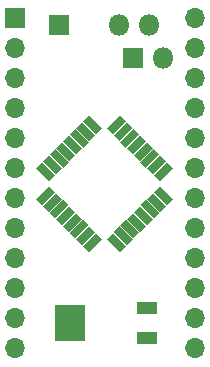
<source format=gbr>
%TF.GenerationSoftware,KiCad,Pcbnew,(5.1.6)-1*%
%TF.CreationDate,2021-07-23T13:19:56-04:00*%
%TF.ProjectId,RTC-12887-switch,5254432d-3132-4383-9837-2d7377697463,rev?*%
%TF.SameCoordinates,Original*%
%TF.FileFunction,Soldermask,Bot*%
%TF.FilePolarity,Negative*%
%FSLAX46Y46*%
G04 Gerber Fmt 4.6, Leading zero omitted, Abs format (unit mm)*
G04 Created by KiCad (PCBNEW (5.1.6)-1) date 2021-07-23 13:19:56*
%MOMM*%
%LPD*%
G01*
G04 APERTURE LIST*
%ADD10R,1.800000X1.800000*%
%ADD11O,1.800000X1.800000*%
%ADD12R,1.700000X1.100000*%
%ADD13R,2.600000X3.100000*%
%ADD14R,1.700000X1.700000*%
%ADD15O,1.700000X1.700000*%
%ADD16C,0.100000*%
G04 APERTURE END LIST*
D10*
%TO.C,J1*%
X121412000Y-78359000D03*
D11*
X126492000Y-78359000D03*
X129032000Y-78359000D03*
%TD*%
D12*
%TO.C,Y1*%
X128847000Y-104902000D03*
X128847000Y-102362000D03*
D13*
X122297000Y-103632000D03*
%TD*%
D14*
%TO.C,IC2*%
X117653001Y-77825001D03*
D15*
X132893001Y-105765001D03*
X117653001Y-80365001D03*
X132893001Y-103225001D03*
X117653001Y-82905001D03*
X132893001Y-100685001D03*
X117653001Y-85445001D03*
X132893001Y-98145001D03*
X117653001Y-87985001D03*
X132893001Y-95605001D03*
X117653001Y-90525001D03*
X132893001Y-93065001D03*
X117653001Y-93065001D03*
X132893001Y-90525001D03*
X117653001Y-95605001D03*
X132893001Y-87985001D03*
X117653001Y-98145001D03*
X132893001Y-85445001D03*
X117653001Y-100685001D03*
X132893001Y-82905001D03*
X117653001Y-103225001D03*
X132893001Y-80365001D03*
X117653001Y-105765001D03*
X132893001Y-77825001D03*
%TD*%
D10*
%TO.C,EN*%
X127635000Y-81153000D03*
D11*
X130175000Y-81153000D03*
%TD*%
D16*
%TO.C,IC1*%
G36*
X123400846Y-97106977D02*
G01*
X124514539Y-95993284D01*
X125009514Y-96488259D01*
X123895821Y-97601952D01*
X123400846Y-97106977D01*
G37*
G36*
X122835161Y-96541291D02*
G01*
X123948854Y-95427598D01*
X124443829Y-95922573D01*
X123330136Y-97036266D01*
X122835161Y-96541291D01*
G37*
G36*
X122269476Y-95975606D02*
G01*
X123383169Y-94861913D01*
X123878144Y-95356888D01*
X122764451Y-96470581D01*
X122269476Y-95975606D01*
G37*
G36*
X121703790Y-95409920D02*
G01*
X122817483Y-94296227D01*
X123312458Y-94791202D01*
X122198765Y-95904895D01*
X121703790Y-95409920D01*
G37*
G36*
X121138105Y-94844235D02*
G01*
X122251798Y-93730542D01*
X122746773Y-94225517D01*
X121633080Y-95339210D01*
X121138105Y-94844235D01*
G37*
G36*
X120572419Y-94278549D02*
G01*
X121686112Y-93164856D01*
X122181087Y-93659831D01*
X121067394Y-94773524D01*
X120572419Y-94278549D01*
G37*
G36*
X120006734Y-93712864D02*
G01*
X121120427Y-92599171D01*
X121615402Y-93094146D01*
X120501709Y-94207839D01*
X120006734Y-93712864D01*
G37*
G36*
X119441048Y-93147179D02*
G01*
X120554741Y-92033486D01*
X121049716Y-92528461D01*
X119936023Y-93642154D01*
X119441048Y-93147179D01*
G37*
G36*
X120554741Y-91608514D02*
G01*
X119441048Y-90494821D01*
X119936023Y-89999846D01*
X121049716Y-91113539D01*
X120554741Y-91608514D01*
G37*
G36*
X121120427Y-91042829D02*
G01*
X120006734Y-89929136D01*
X120501709Y-89434161D01*
X121615402Y-90547854D01*
X121120427Y-91042829D01*
G37*
G36*
X121686112Y-90477144D02*
G01*
X120572419Y-89363451D01*
X121067394Y-88868476D01*
X122181087Y-89982169D01*
X121686112Y-90477144D01*
G37*
G36*
X122251798Y-89911458D02*
G01*
X121138105Y-88797765D01*
X121633080Y-88302790D01*
X122746773Y-89416483D01*
X122251798Y-89911458D01*
G37*
G36*
X122817483Y-89345773D02*
G01*
X121703790Y-88232080D01*
X122198765Y-87737105D01*
X123312458Y-88850798D01*
X122817483Y-89345773D01*
G37*
G36*
X123383169Y-88780087D02*
G01*
X122269476Y-87666394D01*
X122764451Y-87171419D01*
X123878144Y-88285112D01*
X123383169Y-88780087D01*
G37*
G36*
X123948854Y-88214402D02*
G01*
X122835161Y-87100709D01*
X123330136Y-86605734D01*
X124443829Y-87719427D01*
X123948854Y-88214402D01*
G37*
G36*
X124514539Y-87648716D02*
G01*
X123400846Y-86535023D01*
X123895821Y-86040048D01*
X125009514Y-87153741D01*
X124514539Y-87648716D01*
G37*
G36*
X125434486Y-87153741D02*
G01*
X126548179Y-86040048D01*
X127043154Y-86535023D01*
X125929461Y-87648716D01*
X125434486Y-87153741D01*
G37*
G36*
X126000171Y-87719427D02*
G01*
X127113864Y-86605734D01*
X127608839Y-87100709D01*
X126495146Y-88214402D01*
X126000171Y-87719427D01*
G37*
G36*
X126565856Y-88285112D02*
G01*
X127679549Y-87171419D01*
X128174524Y-87666394D01*
X127060831Y-88780087D01*
X126565856Y-88285112D01*
G37*
G36*
X127131542Y-88850798D02*
G01*
X128245235Y-87737105D01*
X128740210Y-88232080D01*
X127626517Y-89345773D01*
X127131542Y-88850798D01*
G37*
G36*
X127697227Y-89416483D02*
G01*
X128810920Y-88302790D01*
X129305895Y-88797765D01*
X128192202Y-89911458D01*
X127697227Y-89416483D01*
G37*
G36*
X128262913Y-89982169D02*
G01*
X129376606Y-88868476D01*
X129871581Y-89363451D01*
X128757888Y-90477144D01*
X128262913Y-89982169D01*
G37*
G36*
X128828598Y-90547854D02*
G01*
X129942291Y-89434161D01*
X130437266Y-89929136D01*
X129323573Y-91042829D01*
X128828598Y-90547854D01*
G37*
G36*
X129394284Y-91113539D02*
G01*
X130507977Y-89999846D01*
X131002952Y-90494821D01*
X129889259Y-91608514D01*
X129394284Y-91113539D01*
G37*
G36*
X130507977Y-93642154D02*
G01*
X129394284Y-92528461D01*
X129889259Y-92033486D01*
X131002952Y-93147179D01*
X130507977Y-93642154D01*
G37*
G36*
X129942291Y-94207839D02*
G01*
X128828598Y-93094146D01*
X129323573Y-92599171D01*
X130437266Y-93712864D01*
X129942291Y-94207839D01*
G37*
G36*
X129376606Y-94773524D02*
G01*
X128262913Y-93659831D01*
X128757888Y-93164856D01*
X129871581Y-94278549D01*
X129376606Y-94773524D01*
G37*
G36*
X128810920Y-95339210D02*
G01*
X127697227Y-94225517D01*
X128192202Y-93730542D01*
X129305895Y-94844235D01*
X128810920Y-95339210D01*
G37*
G36*
X128245235Y-95904895D02*
G01*
X127131542Y-94791202D01*
X127626517Y-94296227D01*
X128740210Y-95409920D01*
X128245235Y-95904895D01*
G37*
G36*
X127679549Y-96470581D02*
G01*
X126565856Y-95356888D01*
X127060831Y-94861913D01*
X128174524Y-95975606D01*
X127679549Y-96470581D01*
G37*
G36*
X127113864Y-97036266D02*
G01*
X126000171Y-95922573D01*
X126495146Y-95427598D01*
X127608839Y-96541291D01*
X127113864Y-97036266D01*
G37*
G36*
X126548179Y-97601952D02*
G01*
X125434486Y-96488259D01*
X125929461Y-95993284D01*
X127043154Y-97106977D01*
X126548179Y-97601952D01*
G37*
%TD*%
M02*

</source>
